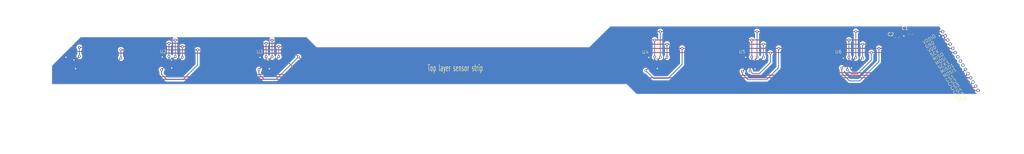
<source format=kicad_pcb>
(kicad_pcb (version 20221018) (generator pcbnew)
  (layers (0 "F.Cu" signal) (31 "B.Cu" signal) (34 "B.Paste" user) (35 "F.Paste" user) (36 "B.SilkS" user "B.Silkscreen") (37 "F.SilkS" user "F.Silkscreen") (38 "B.Mask" user) (39 "F.Mask" user) (44 "Edge.Cuts" user))
  (net 0 "")
  (net 1 "GND")
  (net 8 "Net-(TopConnector1-VDDIO)")
  (net 9 "Net-(TopConnector1-VDD)")
  (net 10 "Net-(TopConnector1-CS6)")
  (net 11 "Net-(TopConnector1-CS5)")
  (net 12 "Net-(TopConnector1-CS4)")
  (net 13 "Net-(TopConnector1-CS3)")
  (net 14 "Net-(TopConnector1-CS2)")
  (net 15 "Net-(TopConnector1-CS1)")
  (net 19 "Net-(TopConnector1-MOSI)")
  (net 20 "Net-(TopConnector1-MISO)")
  (net 21 "Net-(TopConnector1-SCK)")
  (footprint "BMP581:Strip_pins_top" (layer "F.Cu") (at 284.5 108.65 30.97)
    (fp_text reference "TopConnector1" hide)
    (fp_text value "std_master_output" hide)
    (fp_text user "SCK" (at -5 -4 30.97 unlocked) (layer "F.SilkS") (effects (font (thickness 0.1)) (justify left bottom)))
    (fp_text user "MOSI" (at -5 -1 30.97 unlocked) (layer "F.SilkS") (effects (font (thickness 0.1)) (justify left bottom)))
    (fp_text user "VDDIO" (at -5 -8.5 30.97 unlocked) (layer "F.SilkS") (effects (font (thickness 0.1)) (justify left bottom)))
    (fp_text user "MOSI1" (at -5 3.5 30.97 unlocked) (layer "F.SilkS") (effects (font (thickness 0.1)) (justify left bottom)))
    (fp_text user "GND" (at -5 -7 30.97 unlocked) (layer "F.SilkS") (effects (font (thickness 0.1)) (justify left bottom)))
    (fp_text user "CS3" (at -5 8 30.97 unlocked) (layer "F.SilkS") (effects (font (thickness 0.1)) (justify left bottom)))
    (fp_text user "CS5" (at -5 11 30.97 unlocked) (layer "F.SilkS") (effects (font (thickness 0.1)) (justify left bottom)))
    (fp_text user "VDD" (at -5 -5.5 30.97 unlocked) (layer "F.SilkS") (effects (font (thickness 0.1)) (justify left bottom)))
    (fp_text user "CS1" (at -5 5 30.97 unlocked) (layer "F.SilkS") (effects (font (thickness 0.1)) (justify left bottom)))
    (fp_text user "MISO1" (at -5 2 30.97 unlocked) (layer "F.SilkS") (effects (font (thickness 0.1)) (justify left bottom)))
    (fp_text user "SCK1" (at -5 0.5 30.97 unlocked) (layer "F.SilkS") (effects (font (thickness 0.1)) (justify left bottom)))
    (fp_text user "CS2" (at -5 6.5 30.97 unlocked) (layer "F.SilkS") (effects (font (thickness 0.1)) (justify left bottom)))
    (fp_text user "MISO" (at -5 -2.5 30.97 unlocked) (layer "F.SilkS") (effects (font (thickness 0.1)) (justify left bottom)))
    (fp_text user "CS4" (at -5 9.5 30.97 unlocked) (layer "F.SilkS") (effects (font (thickness 0.1)) (justify left bottom)))
    (fp_text user "CS6" (at -5.154892 12.47596 30.97 unlocked) (layer "F.SilkS") (effects (font (thickness 0.1)) (justify left bottom)))
    (pad "1" thru_hole circle (at 2 -9 30.97) (size 1 1) (drill 0.6) (layers "*.Cu" "*.Mask") (net 8 "Net-(TopConnector1-VDDIO)"))
    (pad "2" thru_hole circle (at 2 -7.5 30.97) (size 1 1) (drill 0.6) (layers "*.Cu" "*.Mask") (net 1 "GND"))
    (pad "3" thru_hole circle (at 2 -6 30.97) (size 1 1) (drill 0.6) (layers "*.Cu" "*.Mask") (net 9 "Net-(TopConnector1-VDD)"))
    (pad "4" thru_hole circle (at 2 -4.5 30.97) (size 1 1) (drill 0.6) (layers "*.Cu" "*.Mask") (net 21 "Net-(TopConnector1-SCK)"))
    (pad "5" thru_hole circle (at 2 -3 30.97) (size 1 1) (drill 0.6) (layers "*.Cu" "*.Mask") (net 20 "Net-(TopConnector1-MISO)"))
    (pad "6" thru_hole circle (at 2 -1.5 30.97) (size 1 1) (drill 0.6) (layers "*.Cu" "*.Mask") (net 19 "Net-(TopConnector1-MOSI)"))
    (pad "7" thru_hole circle (at 2 0 30.97) (size 1 1) (drill 0.6) (layers "*.Cu" "*.Mask"))
    (pad "8" thru_hole circle (at 2 1.5 30.97) (size 1 1) (drill 0.6) (layers "*.Cu" "*.Mask"))
    (pad "9" thru_hole circle (at 2 3 30.97) (size 1 1) (drill 0.6) (layers "*.Cu" "*.Mask"))
    (pad "10" thru_hole circle (at 2 4.5 30.97) (size 1 1) (drill 0.6) (layers "*.Cu" "*.Mask") (net 15 "Net-(TopConnector1-CS1)"))
    (pad "11" thru_hole circle (at 2 6 30.97) (size 1 1) (drill 0.6) (layers "*.Cu" "*.Mask") (net 14 "Net-(TopConnector1-CS2)"))
    (pad "12" thru_hole circle (at 2 7.5 30.97) (size 1 1) (drill 0.6) (layers "*.Cu" "*.Mask") (net 13 "Net-(TopConnector1-CS3)"))
    (pad "13" thru_hole circle (at 2 9 30.97) (size 1 1) (drill 0.6) (layers "*.Cu" "*.Mask") (net 12 "Net-(TopConnector1-CS4)"))
    (pad "14" thru_hole circle (at 2 10.5 30.97) (size 1 1) (drill 0.6) (layers "*.Cu" "*.Mask") (net 11 "Net-(TopConnector1-CS5)"))
    (pad "15" thru_hole circle (at 2 12 30.97) (size 1 1) (drill 0.6) (layers "*.Cu" "*.Mask") (net 10 "Net-(TopConnector1-CS6)"))
  )
  (footprint "BMP581:BMP581_Landing_Pattern" (layer "F.Cu") (at 222.88 109.5)
    (fp_text reference "U5" (at -2.43 -3.425 unlocked) (layer "F.SilkS") (effects (font (thickness 0.1))))
    (fp_text value "~")
    (pad "1" smd rect (at 0.75 -0.25) (size 0.325 0.3) (layers "F.Cu" "F.Paste" "F.Mask") (net 8 "Net-(TopConnector1-VDDIO)"))
    (pad "2" smd rect (at 0.75 0.25) (size 0.325 0.3) (layers "F.Cu" "F.Paste" "F.Mask") (net 21 "Net-(TopConnector1-SCK)"))
    (pad "3" smd rect (at 0.5 0.775) (size 0.3 0.325) (layers "F.Cu" "F.Paste" "F.Mask") (net 1 "GND"))
    (pad "4" smd rect (at 0 0.775) (size 0.3 0.325) (layers "F.Cu" "F.Paste" "F.Mask") (net 19 "Net-(TopConnector1-MOSI)"))
    (pad "5" smd rect (at -0.5 0.775) (size 0.3 0.325) (layers "F.Cu" "F.Paste" "F.Mask") (net 20 "Net-(TopConnector1-MISO)"))
    (pad "6" smd rect (at -0.75 0.25) (size 0.325 0.3) (layers "F.Cu" "F.Paste" "F.Mask") (net 14 "Net-(TopConnector1-CS2)"))
    (pad "7" smd rect (at -0.75 -0.25) (size 0.325 0.3) (layers "F.Cu" "F.Paste" "F.Mask"))
    (pad "8" smd rect (at -0.5 -0.775) (size 0.3 0.325) (layers "F.Cu" "F.Paste" "F.Mask") (net 1 "GND"))
    (pad "9" smd rect (at 0 -0.775) (size 0.3 0.325) (layers "F.Cu" "F.Paste" "F.Mask") (net 1 "GND"))
    (pad "10" smd rect (at 0.5 -0.775) (size 0.3 0.325) (layers "F.Cu" "F.Paste" "F.Mask") (net 9 "Net-(TopConnector1-VDD)"))
  )
  (footprint "Capacitor_SMD:C_0603_1608Metric" (layer "F.Cu") (at 267.75 101.75 -90)
    (fp_text reference "C2" (at -1 2 -180) (layer "F.SilkS"))
    (fp_text value "470nF")
    (fp_line (start -0.14058 -0.51) (end 0.14058 -0.51) (stroke (width 0.12)) (layer "F.SilkS"))
    (fp_line (start -0.14058 0.51) (end 0.14058 0.51) (stroke (width 0.12)) (layer "F.SilkS"))
    (pad "1" smd roundrect (at -0.775 0 270) (size 0.9 0.95) (layers "F.Cu" "F.Paste" "F.Mask") (net 1 "GND"))
    (pad "2" smd roundrect (at 0.775 0 270) (size 0.9 0.95) (layers "F.Cu" "F.Paste" "F.Mask") (net 9 "Net-(TopConnector1-VDD)"))
  )
  (footprint "BMP581:BMP581_Landing_Pattern" (layer "F.Cu") (at 252.5 109.5)
    (fp_text reference "U6" (at -2.7 -3.425 unlocked) (layer "F.SilkS") (effects (font (thickness 0.1))))
    (fp_text value "~")
    (pad "1" smd rect (at 0.75 -0.25) (size 0.325 0.3) (layers "F.Cu" "F.Paste" "F.Mask") (net 8 "Net-(TopConnector1-VDDIO)"))
    (pad "2" smd rect (at 0.75 0.25) (size 0.325 0.3) (layers "F.Cu" "F.Paste" "F.Mask") (net 21 "Net-(TopConnector1-SCK)"))
    (pad "3" smd rect (at 0.5 0.775) (size 0.3 0.325) (layers "F.Cu" "F.Paste" "F.Mask") (net 1 "GND"))
    (pad "4" smd rect (at 0 0.775) (size 0.3 0.325) (layers "F.Cu" "F.Paste" "F.Mask") (net 19 "Net-(TopConnector1-MOSI)"))
    (pad "5" smd rect (at -0.5 0.775) (size 0.3 0.325) (layers "F.Cu" "F.Paste" "F.Mask") (net 20 "Net-(TopConnector1-MISO)"))
    (pad "6" smd rect (at -0.75 0.25) (size 0.325 0.3) (layers "F.Cu" "F.Paste" "F.Mask") (net 15 "Net-(TopConnector1-CS1)"))
    (pad "7" smd rect (at -0.75 -0.25) (size 0.325 0.3) (layers "F.Cu" "F.Paste" "F.Mask"))
    (pad "8" smd rect (at -0.5 -0.775) (size 0.3 0.325) (layers "F.Cu" "F.Paste" "F.Mask") (net 1 "GND"))
    (pad "9" smd rect (at 0 -0.775) (size 0.3 0.325) (layers "F.Cu" "F.Paste" "F.Mask") (net 1 "GND"))
    (pad "10" smd rect (at 0.5 -0.775) (size 0.3 0.325) (layers "F.Cu" "F.Paste" "F.Mask") (net 9 "Net-(TopConnector1-VDD)"))
  )
  (footprint "BMP581:BMP581_Landing_Pattern" (layer "F.Cu") (at 74.78 109.5)
    (fp_text reference "U3" (at -1.43 -3.375 unlocked) (layer "F.SilkS") (effects (font (thickness 0.1))))
    (fp_text value "~")
    (pad "1" smd rect (at 0.75 -0.25) (size 0.325 0.3) (layers "F.Cu" "F.Paste" "F.Mask") (net 8 "Net-(TopConnector1-VDDIO)"))
    (pad "2" smd rect (at 0.75 0.25) (size 0.325 0.3) (layers "F.Cu" "F.Paste" "F.Mask") (net 21 "Net-(TopConnector1-SCK)"))
    (pad "3" smd rect (at 0.5 0.775) (size 0.3 0.325) (layers "F.Cu" "F.Paste" "F.Mask") (net 1 "GND"))
    (pad "4" smd rect (at 0 0.775) (size 0.3 0.325) (layers "F.Cu" "F.Paste" "F.Mask") (net 19 "Net-(TopConnector1-MOSI)"))
    (pad "5" smd rect (at -0.5 0.775) (size 0.3 0.325) (layers "F.Cu" "F.Paste" "F.Mask") (net 20 "Net-(TopConnector1-MISO)"))
    (pad "6" smd rect (at -0.75 0.25) (size 0.325 0.3) (layers "F.Cu" "F.Paste" "F.Mask") (net 12 "Net-(TopConnector1-CS4)"))
    (pad "7" smd rect (at -0.75 -0.25) (size 0.325 0.3) (layers "F.Cu" "F.Paste" "F.Mask"))
    (pad "8" smd rect (at -0.5 -0.775) (size 0.3 0.325) (layers "F.Cu" "F.Paste" "F.Mask") (net 1 "GND"))
    (pad "9" smd rect (at 0 -0.775) (size 0.3 0.325) (layers "F.Cu" "F.Paste" "F.Mask") (net 1 "GND"))
    (pad "10" smd rect (at 0.5 -0.775) (size 0.3 0.325) (layers "F.Cu" "F.Paste" "F.Mask") (net 9 "Net-(TopConnector1-VDD)"))
  )
  (footprint "BMP581:BMP581_Landing_Pattern" (layer "F.Cu") (at 193.26 109.5)
    (fp_text reference "U4" (at -2.31 -3.325 unlocked) (layer "F.SilkS") (effects (font (thickness 0.1))))
    (fp_text value "~")
    (pad "1" smd rect (at 0.75 -0.25) (size 0.325 0.3) (layers "F.Cu" "F.Paste" "F.Mask") (net 8 "Net-(TopConnector1-VDDIO)"))
    (pad "2" smd rect (at 0.75 0.25) (size 0.325 0.3) (layers "F.Cu" "F.Paste" "F.Mask") (net 21 "Net-(TopConnector1-SCK)"))
    (pad "3" smd rect (at 0.5 0.775) (size 0.3 0.325) (layers "F.Cu" "F.Paste" "F.Mask") (net 1 "GND"))
    (pad "4" smd rect (at 0 0.775) (size 0.3 0.325) (layers "F.Cu" "F.Paste" "F.Mask") (net 19 "Net-(TopConnector1-MOSI)"))
    (pad "5" smd rect (at -0.5 0.775) (size 0.3 0.325) (layers "F.Cu" "F.Paste" "F.Mask") (net 20 "Net-(TopConnector1-MISO)"))
    (pad "6" smd rect (at -0.75 0.25) (size 0.325 0.3) (layers "F.Cu" "F.Paste" "F.Mask") (net 13 "Net-(TopConnector1-CS3)"))
    (pad "7" smd rect (at -0.75 -0.25) (size 0.325 0.3) (layers "F.Cu" "F.Paste" "F.Mask"))
    (pad "8" smd rect (at -0.5 -0.775) (size 0.3 0.325) (layers "F.Cu" "F.Paste" "F.Mask") (net 1 "GND"))
    (pad "9" smd rect (at 0 -0.775) (size 0.3 0.325) (layers "F.Cu" "F.Paste" "F.Mask") (net 1 "GND"))
    (pad "10" smd rect (at 0.5 -0.775) (size 0.3 0.325) (layers "F.Cu" "F.Paste" "F.Mask") (net 9 "Net-(TopConnector1-VDD)"))
  )
  (footprint "Capacitor_SMD:C_0603_1608Metric" (layer "F.Cu") (at 271.75 100.75 90)
    (fp_text reference "C1" (at 1.86 -1.65 180) (layer "F.SilkS"))
    (fp_text value "470nF")
    (fp_line (start -0.14058 -0.51) (end 0.14058 -0.51) (stroke (width 0.12)) (layer "F.SilkS"))
    (fp_line (start -0.14058 0.51) (end 0.14058 0.51) (stroke (width 0.12)) (layer "F.SilkS"))
    (pad "1" smd roundrect (at -0.775 0 90) (size 0.9 0.95) (layers "F.Cu" "F.Paste" "F.Mask") (net 1 "GND"))
    (pad "2" smd roundrect (at 0.775 0 90) (size 0.9 0.95) (layers "F.Cu" "F.Paste" "F.Mask") (net 8 "Net-(TopConnector1-VDDIO)"))
  )
  (footprint "BMP581:BMP581_Landing_Pattern" (layer "F.Cu") (at 15.54 109.5)
    (fp_text reference "U1" (at 0 -5.5 unlocked) (layer "F.SilkS") (effects (font (thickness 0.1))))
    (fp_text value "~")
    (pad "1" smd rect (at 0.75 -0.25) (size 0.325 0.3) (layers "F.Cu" "F.Paste" "F.Mask") (net 8 "Net-(TopConnector1-VDDIO)"))
    (pad "2" smd rect (at 0.75 0.25) (size 0.325 0.3) (layers "F.Cu" "F.Paste" "F.Mask") (net 21 "Net-(TopConnector1-SCK)"))
    (pad "3" smd rect (at 0.5 0.775) (size 0.3 0.325) (layers "F.Cu" "F.Paste" "F.Mask") (net 1 "GND"))
    (pad "4" smd rect (at 0 0.775) (size 0.3 0.325) (layers "F.Cu" "F.Paste" "F.Mask") (net 19 "Net-(TopConnector1-MOSI)"))
    (pad "5" smd rect (at -0.5 0.775) (size 0.3 0.325) (layers "F.Cu" "F.Paste" "F.Mask") (net 20 "Net-(TopConnector1-MISO)"))
    (pad "6" smd rect (at -0.75 0.25) (size 0.325 0.3) (layers "F.Cu" "F.Paste" "F.Mask") (net 10 "Net-(TopConnector1-CS6)"))
    (pad "7" smd rect (at -0.75 -0.25) (size 0.325 0.3) (layers "F.Cu" "F.Paste" "F.Mask"))
    (pad "8" smd rect (at -0.5 -0.775) (size 0.3 0.325) (layers "F.Cu" "F.Paste" "F.Mask") (net 1 "GND"))
    (pad "9" smd rect (at 0 -0.775) (size 0.3 0.325) (layers "F.Cu" "F.Paste" "F.Mask") (net 1 "GND"))
    (pad "10" smd rect (at 0.5 -0.775) (size 0.3 0.325) (layers "F.Cu" "F.Paste" "F.Mask") (net 9 "Net-(TopConnector1-VDD)"))
  )
  (footprint "BMP581:BMP581_Landing_Pattern" (layer "F.Cu") (at 45.16 109.5)
    (fp_text reference "U2" (at -1.26 -3.475 unlocked) (layer "F.SilkS") (effects (font (thickness 0.1))))
    (fp_text value "~")
    (pad "1" smd rect (at 0.75 -0.25) (size 0.325 0.3) (layers "F.Cu" "F.Paste" "F.Mask") (net 8 "Net-(TopConnector1-VDDIO)"))
    (pad "2" smd rect (at 0.75 0.25) (size 0.325 0.3) (layers "F.Cu" "F.Paste" "F.Mask") (net 21 "Net-(TopConnector1-SCK)"))
    (pad "3" smd rect (at 0.5 0.775) (size 0.3 0.325) (layers "F.Cu" "F.Paste" "F.Mask") (net 1 "GND"))
    (pad "4" smd rect (at 0 0.775) (size 0.3 0.325) (layers "F.Cu" "F.Paste" "F.Mask") (net 19 "Net-(TopConnector1-MOSI)"))
    (pad "5" smd rect (at -0.5 0.775) (size 0.3 0.325) (layers "F.Cu" "F.Paste" "F.Mask") (net 20 "Net-(TopConnector1-MISO)"))
    (pad "6" smd rect (at -0.75 0.25) (size 0.325 0.3) (layers "F.Cu" "F.Paste" "F.Mask") (net 11 "Net-(TopConnector1-CS5)"))
    (pad "7" smd rect (at -0.75 -0.25) (size 0.325 0.3) (layers "F.Cu" "F.Paste" "F.Mask"))
    (pad "8" smd rect (at -0.5 -0.775) (size 0.3 0.325) (layers "F.Cu" "F.Paste" "F.Mask") (net 1 "GND"))
    (pad "9" smd rect (at 0 -0.775) (size 0.3 0.325) (layers "F.Cu" "F.Paste" "F.Mask") (net 1 "GND"))
    (pad "10" smd rect (at 0.5 -0.775) (size 0.3 0.325) (layers "F.Cu" "F.Paste" "F.Mask") (net 9 "Net-(TopConnector1-VDD)"))
  )
  (gr_line (start 194.5 108.5) (end 194.25 108.5) (stroke (width 0.15)) (layer "F.SilkS"))
  (gr_line (start 224.25 108.5) (end 224 108.5) (stroke (width 0.15)) (layer "F.SilkS"))
  (gr_line (start 46.25 108.5) (end 46.5 108.5) (stroke (width 0.15)) (layer "F.SilkS"))
  (gr_line (start 46.5 108.5) (end 46.5 108.75) (stroke (width 0.15)) (layer "F.SilkS"))
  (gr_line (start 194.25 108.5) (end 194.5 108.75) (stroke (width 0.15)) (layer "F.SilkS"))
  (gr_line (start 75.75 108.5) (end 76 108.75) (stroke (width 0.15)) (layer "F.SilkS"))
  (gr_line (start 75.75 108.5) (end 76 108.5) (stroke (width 0.15)) (layer "F.SilkS"))
  (gr_line (start 76 108.5) (end 76 108.75) (stroke (width 0.15)) (layer "F.SilkS"))
  (gr_line (start 16.75 108.75) (end 16.75 108.5) (stroke (width 0.15)) (layer "F.SilkS"))
  (gr_line (start 46.5 108.75) (end 46.25 108.5) (stroke (width 0.15)) (layer "F.SilkS"))
  (gr_line (start 76 108.75) (end 75.75 108.5) (stroke (width 0.15)) (layer "F.SilkS"))
  (gr_line (start 253.5 108.5) (end 253.75 108.75) (stroke (width 0.15)) (layer "F.SilkS"))
  (gr_line (start 16.75 108.5) (end 16.5 108.5) (stroke (width 0.15)) (layer "F.SilkS"))
  (gr_line (start 224 108.5) (end 224.25 108.75) (stroke (width 0.15)) (layer "F.SilkS"))
  (gr_line (start 253.75 108.75) (end 253.75 108.5) (stroke (width 0.15)) (layer "F.SilkS"))
  (gr_line (start 224.25 108.75) (end 224.25 108.5) (stroke (width 0.15)) (layer "F.SilkS"))
  (gr_line (start 194.5 108.75) (end 194.5 108.5) (stroke (width 0.15)) (layer "F.SilkS"))
  (gr_line (start 253.75 108.5) (end 253.5 108.5) (stroke (width 0.15)) (layer "F.SilkS"))
  (gr_line (start 16.5 108.5) (end 16.75 108.75) (stroke (width 0.15)) (layer "F.SilkS"))
  (gr_line (start 280.575 98.325) (end 293 119) (stroke (width 0.1)) (layer "Edge.Cuts"))
  (gr_line (start 280.575 98.325) (end 180.24 98.325) (stroke (width 0.1)) (layer "Edge.Cuts"))
  (gr_line (start 90.69 104.7) (end 87.595 101.6) (stroke (width 0.1)) (layer "Edge.Cuts"))
  (gr_line (start 180.24 98.325) (end 173.8 104.7) (stroke (width 0.1)) (layer "Edge.Cuts"))
  (gr_line (start 185.25 116) (end 188.25 119) (stroke (width 0.1)) (layer "Edge.Cuts"))
  (gr_line (start 188.25 119) (end 293 119) (stroke (width 0.1)) (layer "Edge.Cuts"))
  (gr_line (start 83 116) (end 10 116) (stroke (width 0.1)) (layer "Edge.Cuts"))
  (gr_line (start 83 116) (end 185.25 116) (stroke (width 0.1)) (layer "Edge.Cuts"))
  (gr_line (start 90.69 104.7) (end 173.8 104.7) (stroke (width 0.1)) (layer "Edge.Cuts"))
  (gr_line (start 10 116) (end 10 110.325) (stroke (width 0.1)) (layer "Edge.Cuts"))
  (gr_line (start 18.7 101.625) (end 10 110.325) (stroke (width 0.1)) (layer "Edge.Cuts"))
  (gr_line (start 87.595 101.6) (end 18.7 101.625) (stroke (width 0.1)) (layer "Edge.Cuts"))
  (gr_text "Top layer sensor strip" (at 124.45 112.2) (layer "F.SilkS") (effects (font (size 2 1)) (justify left bottom)))
  (segment (start 16.04 110.275) (end 16.225 110.275) (width 0.25) (layer "F.Cu") (net 1))
  (segment (start 15.54 108.725) (end 15.04 108.725) (width 0.25) (layer "F.Cu") (net 1))
  (segment (start 268.975 100.975) (end 269.25 101.25) (width 0.25) (layer "F.Cu") (net 1))
  (segment (start 222.38 108.725) (end 222.375 108.725) (width 0.25) (layer "F.Cu") (net 1))
  (segment (start 270.525 101.525) (end 270.25 101.25) (width 0.25) (layer "F.Cu") (net 1))
  (segment (start 16.225 110.275) (end 17.2 111.25) (width 0.25) (layer "F.Cu") (net 1))
  (segment (start 193.76 110.275) (end 193.76 110.31) (width 0.25) (layer "F.Cu") (net 1))
  (segment (start 44.545 108.725) (end 43.62 107.7) (width 0.25) (layer "F.Cu") (net 1))
  (segment (start 222.88 108.725) (end 222.38 108.725) (width 0.25) (layer "F.Cu") (net 1))
  (segment (start 253 110.275) (end 253.75 111.025) (width 0.25) (layer "F.Cu") (net 1))
  (segment (start 252 108.725) (end 251.9 108.725) (width 0.25) (layer "F.Cu") (net 1))
  (segment (start 45.16 108.725) (end 44.66 108.725) (width 0.25) (layer "F.Cu") (net 1))
  (segment (start 267.75 100.975) (end 268.975 100.975) (width 0.25) (layer "F.Cu") (net 1))
  (segment (start 269.75 101.25) (end 270.25 101.25) (width 0.25) (layer "F.Cu") (net 1))
  (segment (start 193.76 110.31) (end 194.59 111.23) (width 0.25) (layer "F.Cu") (net 1))
  (segment (start 271.75 101.525) (end 270.525 101.525) (width 0.25) (layer "F.Cu") (net 1))
  (segment (start 44.66 108.725) (end 44.545 108.725) (width 0.25) (layer "F.Cu") (net 1))
  (segment (start 280.575 101.2) (end 280.584955 101.190045) (width 0.25) (layer "F.Cu") (net 1))
  (segment (start 14.25 107.975) (end 14.25 107.75) (width 0.25) (layer "F.Cu") (net 1))
  (segment (start 193.26 108.725) (end 192.76 108.725) (width 0.25) (layer "F.Cu") (net 1))
  (segment (start 251.9 108.725) (end 251.25 108.075) (width 0.25) (layer "F.Cu") (net 1))
  (segment (start 280.584955 101.190045) (end 282.355455 101.190045) (width 0.25) (layer "F.Cu") (net 1))
  (segment (start 45.665 110.275) (end 46.49 111.03) (width 0.25) (layer "F.Cu") (net 1))
  (segment (start 74.245 108.725) (end 73.41 107.8) (width 0.25) (layer "F.Cu") (net 1))
  (segment (start 74.78 108.725) (end 74.28 108.725) (width 0.25) (layer "F.Cu") (net 1))
  (segment (start 269.25 101.25) (end 269.75 101.25) (width 0.25) (layer "F.Cu") (net 1))
  (segment (start 222.375 108.725) (end 221.5 107.775) (width 0.25) (layer "F.Cu") (net 1))
  (segment (start 223.38 110.275) (end 223.38 110.28) (width 0.25) (layer "F.Cu") (net 1))
  (segment (start 75.28 110.32) (end 76.28 111.29) (width 0.25) (layer "F.Cu") (net 1))
  (segment (start 192.76 108.725) (end 192.755 108.725) (width 0.25) (layer "F.Cu") (net 1))
  (segment (start 223.38 110.28) (end 224.4 111.3) (width 0.25) (layer "F.Cu") (net 1))
  (segment (start 252.5 108.725) (end 252 108.725) (width 0.25) (layer "F.Cu") (net 1))
  (segment (start 15.04 108.725) (end 15 108.725) (width 0.25) (layer "F.Cu") (net 1))
  (segment (start 75.28 110.275) (end 75.28 110.32) (width 0.25) (layer "F.Cu") (net 1))
  (segment (start 45.66 110.275) (end 45.665 110.275) (width 0.25) (layer "F.Cu") (net 1))
  (segment (start 74.28 108.725) (end 74.245 108.725) (width 0.25) (layer "F.Cu") (net 1))
  (segment (start 192.755 108.725) (end 191.92 107.81) (width 0.25) (layer "F.Cu") (net 1))
  (segment (start 15 108.725) (end 14.25 107.975) (width 0.25) (layer "F.Cu") (net 1))
  (via (at 43.62 107.7) (size 0.8) (drill 0.4) (layers "F.Cu" "B.Cu") (net 1))
  (via (at 269.75 101.25) (size 0.8) (drill 0.4) (layers "F.Cu" "B.Cu") (net 1))
  (via (at 251.25 108.05) (size 0.8) (drill 0.4) (layers "F.Cu" "B.Cu") (net 1))
  (via (at 46.49 111.03) (size 0.8) (drill 0.4) (layers "F.Cu" "B.Cu") (net 1))
  (via (at 221.5 107.775) (size 0.8) (drill 0.4) (layers "F.Cu" "B.Cu") (net 1))
  (via (at 253.75 111.025) (size 0.8) (drill 0.4) (layers "F.Cu" "B.Cu") (net 1))
  (via (at 224.4 111.3) (size 0.8) (drill 0.4) (layers "F.Cu" "B.Cu") (net 1))
  (via (at 194.59 111.23) (size 0.8) (drill 0.4) (layers "F.Cu" "B.Cu") (net 1))
  (via (at 191.92 107.81) (size 0.8) (drill 0.4) (layers "F.Cu" "B.Cu") (net 1))
  (via (at 73.41 107.8) (size 0.8) (drill 0.4) (layers "F.Cu" "B.Cu") (net 1))
  (via (at 76.28 111.29) (size 0.8) (drill 0.4) (layers "F.Cu" "B.Cu") (net 1))
  (via (at 280.575 101.2) (size 0.8) (drill 0.4) (layers "F.Cu" "B.Cu") (net 1))
  (via (at 14.25 107.75) (size 0.8) (drill 0.4) (layers "F.Cu" "B.Cu") (net 1))
  (via (at 17.2 111.25) (size 0.8) (drill 0.4) (layers "F.Cu" "B.Cu") (net 1))
  (segment (start 181.59611 99.90389) (end 175.25 106.25) (width 0.25) (layer "F.Cu") (net 8))
  (segment (start 47.47 107.69) (end 47.58 107.49) (width 0.25) (layer "F.Cu") (net 8))
  (segment (start 45.91 109.25) (end 47.47 107.69) (width 0.25) (layer "F.Cu") (net 8))
  (segment (start 86 102.5) (end 89.75 106.25) (width 0.25) (layer "F.Cu") (net 8))
  (segment (start 16.65 109.25) (end 18.35 107.55) (width 0.25) (layer "F.Cu") (net 8))
  (segment (start 253.25 109.25) (end 254.125 108.375) (width 0.25) (layer "F.Cu") (net 8))
  (segment (start 16.29 109.25) (end 16.65 109.25) (width 0.25) (layer "F.Cu") (net 8))
  (segment (start 223.63 109.25) (end 225 107.88) (width 0.25) (layer "F.Cu") (net 8))
  (segment (start 89.75 106.25) (end 175.25 106.25) (width 0.25) (layer "F.Cu") (net 8))
  (segment (start 25 102.5) (end 22.75 104.75) (width 0.25) (layer "F.Cu") (net 8))
  (segment (start 22.75 104.75) (end 18.25 104.75) (width 0.25) (layer "F.Cu") (net 8))
  (segment (start 194.01 109.25) (end 195.48 107.74) (width 0.25) (layer "F.Cu") (net 8))
  (segment (start 281.583571 99.90389) (end 181.59611 99.90389) (width 0.25) (layer "F.Cu") (net 8))
  (segment (start 76.99 107.79) (end 77.11 107.66) (width 0.25) (layer "F.Cu") (net 8))
  (segment (start 47.58 107.49) (end 47.47 107.68) (width 0.25) (layer "F.Cu") (net 8))
  (segment (start 254.65 108.375) (end 255.1 107.925) (width 0.25) (layer "F.Cu") (net 8))
  (segment (start 225 107.88) (end 224.99 107.71) (width 0.25) (layer "F.Cu") (net 8))
  (segment (start 86 102.5) (end 25 102.5) (width 0.25) (layer "F.Cu") (net 8))
  (segment (start 77.11 107.66) (end 77.01 107.79) (width 0.25) (layer "F.Cu") (net 8))
  (segment (start 75.53 109.25) (end 76.99 107.79) (width 0.25) (layer "F.Cu") (net 8))
  (segment (start 254.125 108.375) (end 254.65 108.375) (width 0.25) (layer "F.Cu") (net 8))
  (via (at 224.99 107.71) (size 0.8) (drill 0.4) (layers "F.Cu" "B.Cu") (net 8))
  (via (at 47.58 107.49) (size 0.8) (drill 0.4) (layers "F.Cu" "B.Cu") (net 8))
  (via (at 18.35 104.75) (size 0.8) (drill 0.4) (layers "F.Cu" "B.Cu") (net 8))
  (via (at 195.48 107.74) (size 0.8) (drill 0.4) (layers "F.Cu" "B.Cu") (net 8))
  (via (at 255.1 99.9) (size 0.8) (drill 0.4) (layers "F.Cu" "B.Cu") (net 8))
  (via (at 195.48 99.94) (size 0.8) (drill 0.4) (layers "F.Cu" "B.Cu") (net 8))
  (via (at 224.99 99.91) (size 0.8) (drill 0.4) (layers "F.Cu" "B.Cu") (net 8))
  (via (at 255.1 107.925) (size 0.8) (drill 0.4) (layers "F.Cu" "B.Cu") (net 8))
  (via (at 77.11 107.66) (size 0.8) (drill 0.4) (layers "F.Cu" "B.Cu") (net 8))
  (via (at 77.11 102.5) (size 0.8) (drill 0.4) (layers "F.Cu" "B.Cu") (net 8))
  (via (at 47.58 102.5) (size 0.8) (drill 0.4) (layers "F.Cu" "B.Cu") (net 8))
  (via (at 18.35 107.45) (size 0.8) (drill 0.4) (layers "F.Cu" "B.Cu") (net 8))
  (segment (start 77.11 102.5) (end 77.11 107.66) (width 0.25) (layer "B.Cu") (net 8))
  (segment (start 18.35 107.45) (end 18.35 104.75) (width 0.25) (layer "B.Cu") (net 8))
  (segment (start 195.48 107.74) (end 195.48 99.94) (width 0.25) (layer "B.Cu") (net 8))
  (segment (start 47.58 102.5) (end 47.58 107.49) (width 0.25) (layer "B.Cu") (net 8))
  (segment (start 224.99 99.91) (end 224.99 107.71) (width 0.25) (layer "B.Cu") (net 8))
  (segment (start 255.1 107.925) (end 255.1 99.9) (width 0.25) (layer "B.Cu") (net 8))
  (segment (start 75.28 108.725) (end 75.28 107.62) (width 0.25) (layer "F.Cu") (net 9))
  (segment (start 268.725 102.4762) (end 267.7988 102.4762) (width 0.25) (layer "F.Cu") (net 9))
  (segment (start 23.25 106) (end 17.5 106) (width 0.25) (layer "F.Cu") (net 9))
  (segment (start 16.55 108.215) (end 16.04 108.725) (width 0.25) (layer "F.Cu") (net 9))
  (segment (start 253 108.725) (end 253 107.725) (width 0.25) (layer "F.Cu") (net 9))
  (segment (start 16.55 106.95) (end 16.55 107) (width 0.25) (layer "F.Cu") (net 9))
  (segment (start 17.5 106) (end 16.55 106.95) (width 0.25) (layer "F.Cu") (net 9))
  (segment (start 267.7988 102.4762) (end 267.75 102.525) (width 0.25) (layer "F.Cu") (net 9))
  (segment (start 16.55 107) (end 16.55 108.215) (width 0.25) (layer "F.Cu") (net 9))
  (segment (start 89.25 107.75) (end 85 103.5) (width 0.25) (layer "F.Cu") (net 9))
  (segment (start 25.75 103.5) (end 23.25 106) (width 0.25) (layer "F.Cu") (net 9))
  (segment (start 223.38 108.725) (end 223.38 107.71) (width 0.25) (layer "F.Cu") (net 9))
  (segment (start 193.76 108.725) (end 193.76 107.65) (width 0.25) (layer "F.Cu") (net 9))
  (segment (start 85 103.5) (end 25.75 103.5) (width 0.25) (layer "F.Cu") (net 9))
  (segment (start 268.725 102.4762) (end 182.5238 102.4762) (width 0.25) (layer "F.Cu") (net 9))
  (segment (start 182.5238 102.4762) (end 177.25 107.75) (width 0.25) (layer "F.Cu") (net 9))
  (segment (start 45.66 108.725) (end 45.66 107.47) (width 0.25) (layer "F.Cu") (net 9))
  (segment (start 283.127339 102.4762) (end 268.725 102.4762) (width 0.25) (layer "F.Cu") (net 9))
  (segment (start 177.25 107.75) (end 89.25 107.75) (width 0.25) (layer "F.Cu") (net 9))
  (via (at 223.38 102.4762) (size 0.8) (drill 0.4) (layers "F.Cu" "B.Cu") (net 9))
  (via (at 75.28 103.5) (size 0.8) (drill 0.4) (layers "F.Cu" "B.Cu") (net 9))
  (via (at 45.69 103.5) (size 0.8) (drill 0.4) (layers "F.Cu" "B.Cu") (net 9))
  (via (at 75.28 107.62) (size 0.8) (drill 0.4) (layers "F.Cu" "B.Cu") (net 9))
  (via (at 253.025 102.4762) (size 0.8) (drill 0.4) (layers "F.Cu" "B.Cu") (net 9))
  (via (at 223.38 107.71) (size 0.8) (drill 0.4) (layers "F.Cu" "B.Cu") (net 9))
  (via (at 45.66 107.47) (size 0.8) (drill 0.4) (layers "F.Cu" "B.Cu") (net 9))
  (via (at 193.76 107.65) (size 0.8) (drill 0.4) (layers "F.Cu" "B.Cu") (net 9))
  (via (at 193.75 102.4762) (size 0.8) (drill 0.4) (layers "F.Cu" "B.Cu") (net 9))
  (via (at 253 107.725) (size 0.8) (drill 0.4) (layers "F.Cu" "B.Cu") (net 9))
  (segment (start 223.38 107.71) (end 223.38 102.4762) (width 0.25) (layer "B.Cu") (net 9))
  (segment (start 45.66 103.53) (end 45.69 103.5) (width 0.25) (layer "B.Cu") (net 9))
  (segment (start 253 102.5012) (end 253.025 102.4762) (width 0.25) (layer "B.Cu") (net 9))
  (segment (start 45.66 107.47) (end 45.66 103.53) (width 0.25) (layer "B.Cu") (net 9))
  (segment (start 193.76 102.4862) (end 193.75 102.4762) (width 0.25) (layer "B.Cu") (net 9))
  (segment (start 75.28 107.62) (end 75.28 103.5) (width 0.25) (layer "B.Cu") (net 9))
  (segment (start 193.76 107.65) (end 193.76 102.4862) (width 0.25) (layer "B.Cu") (net 9))
  (segment (start 253 107.725) (end 253 102.5012) (width 0.25) (layer "B.Cu") (net 9))
  (segment (start 189 117.910064) (end 292.389944 117.910064) (width 0.25) (layer "F.Cu") (net 10))
  (segment (start 14.79 109.75) (end 13.15 109.75) (width 0.25) (layer "F.Cu") (net 10))
  (segment (start 13.25 114.5) (end 185.589936 114.5) (width 0.25) (layer "F.Cu") (net 10))
  (segment (start 13.15 109.75) (end 12.5 110.4) (width 0.25) (layer "F.Cu") (net 10))
  (segment (start 12.5 113.75) (end 13.25 114.5) (width 0.25) (layer "F.Cu") (net 10))
  (segment (start 12.5 110.4) (end 12.5 113.75) (width 0.25) (layer "F.Cu") (net 10))
  (segment (start 185.589936 114.5) (end 189 117.910064) (width 0.25) (layer "F.Cu") (net 10))
  (segment (start 44.41 109.75) (end 43.1 109.75) (width 0.25) (layer "F.Cu") (net 11))
  (segment (start 291.241969 117) (end 291.61806 116.623909) (width 0.25) (layer "F.Cu") (net 11))
  (segment (start 43.1 109.75) (end 42.2 110.65) (width 0.25) (layer "F.Cu") (net 11))
  (segment (start 186.25 113.75) (end 189.5 117) (width 0.25) (layer "F.Cu") (net 11))
  (segment (start 189.5 117) (end 291.241969 117) (width 0.25) (layer "F.Cu") (net 11))
  (segment (start 42.2 112.7) (end 43.25 113.75) (width 0.25) (layer "F.Cu") (net 11))
  (segment (start 42.2 110.65) (end 42.2 112.7) (width 0.25) (layer "F.Cu") (net 11))
  (segment (start 43.25 113.75) (end 186.25 113.75) (width 0.25) (layer "F.Cu") (net 11))
  (segment (start 72.34 113) (end 187 113) (width 0.25) (layer "F.Cu") (net 12))
  (segment (start 71.84 110.26) (end 71.84 112.5) (width 0.25) (layer "F.Cu") (net 12))
  (segment (start 289.933929 116.25) (end 290.846176 115.337753) (width 0.25) (layer "F.Cu") (net 12))
  (segment (start 71.84 112.5) (end 72.34 113) (width 0.25) (layer "F.Cu") (net 12))
  (segment (start 72.35 109.75) (end 71.84 110.26) (width 0.25) (layer "F.Cu") (net 12))
  (segment (start 190.25 116.25) (end 289.933929 116.25) (width 0.25) (layer "F.Cu") (net 12))
  (segment (start 74.03 109.75) (end 72.35 109.75) (width 0.25) (layer "F.Cu") (net 12))
  (segment (start 187 113) (end 190.25 116.25) (width 0.25) (layer "F.Cu") (net 12))
  (segment (start 189 113) (end 188.99 113) (width 0.25) (layer "F.Cu") (net 13))
  (segment (start 190 114) (end 189 113) (width 0.25) (layer "F.Cu") (net 13))
  (segment (start 189.65 109.75) (end 188.99 110.41) (width 0.25) (layer "F.Cu") (net 13))
  (segment (start 192.51 109.75) (end 189.65 109.75) (width 0.25) (layer "F.Cu") (net 13))
  (segment (start 190.041598 114.051598) (end 188.99 113) (width 0.25) (layer "F.Cu") (net 13))
  (segment (start 188.99 110.41) (end 188.99 113) (width 0.25) (layer "F.Cu") (net 13))
  (segment (start 290.074293 114.051598) (end 190.041598 114.051598) (width 0.25) (layer "F.Cu") (net 13))
  (segment (start 289.302409 112.765443) (end 288.80241 113.265442) (width 0.25) (layer "F.Cu") (net 14))
  (segment (start 218.92 110.53) (end 219.7 109.75) (width 0.25) (layer "F.Cu") (net 14))
  (segment (start 219.7 109.75) (end 222.13 109.75) (width 0.25) (layer "F.Cu") (net 14))
  (segment (start 288.80241 113.265442) (end 219.685442 113.265442) (width 0.25) (layer "F.Cu") (net 14))
  (segment (start 218.92 112.5) (end 218.92 110.53) (width 0.25) (layer "F.Cu") (net 14))
  (segment (start 219.685442 113.265442) (end 218.92 112.5) (width 0.25) (layer "F.Cu") (net 14))
  (segment (start 288.530525 111.479287) (end 287.509812 112.5) (width 0.25) (layer "F.Cu") (net 15))
  (segment (start 249.35 109.75) (end 251.75 109.75) (width 0.25) (layer "F.Cu") (net 15))
  (segment (start 287.509812 112.5) (end 249.6 112.5) (width 0.25) (layer "F.Cu") (net 15))
  (segment (start 249.6 112.5) (end 248.6 111.5) (width 0.25) (layer "F.Cu") (net 15))
  (segment (start 248.6 110.5) (end 249.35 109.75) (width 0.25) (layer "F.Cu") (net 15))
  (segment (start 248.6 111.5) (end 248.6 110.5) (width 0.25) (layer "F.Cu") (net 15))
  (segment (start 187.665334 106.334666) (end 181.75 112.25) (width 0.25) (layer "F.Cu") (net 19))
  (segment (start 222.9 111.95) (end 222.85 111.95) (width 0.25) (layer "F.Cu") (net 19))
  (segment (start 74.78 110.275) (end 74.78 111.78) (width 0.25) (layer "F.Cu") (net 19))
  (segment (start 252.5 110.275) (end 252.5 111.55) (width 0.25) (layer "F.Cu") (net 19))
  (segment (start 27.9 106.5) (end 21.8 112.6) (width 0.25) (layer "F.Cu") (net 19))
  (segment (start 222.88 111.93) (end 222.9 111.95) (width 0.25) (layer "F.Cu") (net 19))
  (segment (start 51.83 106.54) (end 51.87 106.5) (width 0.25) (layer "F.Cu") (net 19))
  (segment (start 195.9 112.87) (end 199.89 108.88) (width 0.25) (layer "F.Cu") (net 19))
  (segment (start 48.845 112.345) (end 51.83 109.36) (width 0.25) (layer "F.Cu") (net 19))
  (segment (start 193.26 111.95) (end 194.18 112.87) (width 0.25) (layer "F.Cu") (net 19))
  (segment (start 51.87 106.5) (end 81.02 106.5) (width 0.25) (layer "F.Cu") (net 19))
  (segment (start 45.135 110.285) (end 45.135 111.585) (width 0.25) (layer "F.Cu") (net 19))
  (segment (start 181.75 112.25) (end 84.97 112.25) (width 0.25) (layer "F.Cu") (net 19))
  (segment (start 51.83 109.36) (end 51.83 106.54) (width 0.25) (layer "F.Cu") (net 19))
  (segment (start 75.25 112.25) (end 78.07 112.25) (width 0.25) (layer "F.Cu") (net 19))
  (segment (start 16.45 112.6) (end 15.54 111.69) (width 0.25) (layer "F.Cu") (net 19))
  (segment (start 81.02 106.5) (end 81.52 107) (width 0.25) (layer "F.Cu") (net 19))
  (segment (start 193.26 110.275) (end 193.26 111.95) (width 0.25) (layer "F.Cu") (net 19))
  (segment (start 199.89 106.344666) (end 199.9 106.334666) (width 0.25) (layer "F.Cu") (net 19))
  (segment (start 45.145 110.275) (end 45.135 110.285) (width 0.25) (layer "F.Cu") (net 19))
  (segment (start 45.135 111.585) (end 45.895 112.345) (width 0.25) (layer "F.Cu") (net 19))
  (segment (start 15.54 111.69) (end 15.54 110.275) (width 0.25) (layer "F.Cu") (net 19))
  (segment (start 51.87 106.5) (end 27.9 106.5) (width 0.25) (layer "F.Cu") (net 19))
  (segment (start 21.8 112.6) (end 16.45 112.6) (width 0.25) (layer "F.Cu") (net 19))
  (segment (start 74.78 111.78) (end 75.25 112.25) (width 0.25) (layer "F.Cu") (net 19))
  (segment (start 285.44299 106.334666) (end 199.9 106.334666) (width 0.25) (layer "F.Cu") (net 19))
  (segment (start 194.18 112.87) (end 195.9 112.87) (width 0.25) (layer "F.Cu") (net 19))
  (segment (start 199.89 108.88) (end 199.89 106.344666) (width 0.25) (layer "F.Cu") (net 19))
  (segment (start 78.07 112.25) (end 81.52 108.8) (width 0.25) (layer "F.Cu") (net 19))
  (segment (start 222.88 110.275) (end 222.88 111.93) (width 0.25) (layer "F.Cu") (net 19))
  (segment (start 84.97 112.25) (end 81.52 108.8) (width 0.25) (layer "F.Cu") (net 19))
  (segment (start 45.895 112.345) (end 48.845 112.345) (width 0.25) (layer "F.Cu") (net 19))
  (segment (start 45.16 110.275) (end 45.145 110.275) (width 0.25) (layer "F.Cu") (net 19))
  (segment (start 199.9 106.334666) (end 187.665334 106.334666) (width 0.25) (layer "F.Cu") (net 19))
  (segment (start 81.52 107) (end 81.52 108.8) (width 0.25) (layer "F.Cu") (net 19))
  (via (at 222.85 111.95) (size 0.8) (drill 0.4) (layers "F.Cu" "B.Cu") (net 19))
  (via (at 252.5 111.55) (size 0.8) (drill 0.4) (layers "F.Cu" "B.Cu") (net 19))
  (via (at 259.825 106.334666) (size 0.8) (drill 0.4) (layers "F.Cu" "B.Cu") (net 19))
  (via (at 229.05 106.5) (size 0.8) (drill 0.4) (layers "F.Cu" "B.Cu") (net 19))
  (segment (start 223.65 112.75) (end 225.7 112.75) (width 0.25) (layer "B.Cu") (net 19))
  (segment (start 225.7 112.75) (end 229.05 109.4) (width 0.25) (layer "B.Cu") (net 19))
  (segment (start 229.05 109.4) (end 229.05 106.5) (width 0.25) (layer "B.Cu") (net 19))
  (segment (start 259.825 106.334666) (end 259.825 108.65) (width 0.25) (layer "B.Cu") (net 19))
  (segment (start 253.8 112.85) (end 252.5 111.55) (width 0.25) (layer "B.Cu") (net 19))
  (segment (start 222.85 111.95) (end 223.65 112.75) (width 0.25) (layer "B.Cu") (net 19))
  (segment (start 259.825 108.65) (end 255.625 112.85) (width 0.25) (layer "B.Cu") (net 19))
  (segment (start 255.625 112.85) (end 253.8 112.85) (width 0.25) (layer "B.Cu") (net 19))
  (segment (start 191.06 111.87) (end 191.26 111.68) (width 0.25) (layer "F.Cu") (net 20))
  (segment (start 192.665 110.275) (end 191.33 111.61) (width 0.25) (layer "F.Cu") (net 20))
  (segment (start 74.185 110.275) (end 73.1 111.55) (width 0.25) (layer "F.Cu") (net 20))
  (segment (start 83 105.5) (end 31 105.5) (width 0.25) (layer "F.Cu") (net 20))
  (segment (start 13.7 111.35) (end 13.7 112.95) (width 0.25) (layer "F.Cu") (net 20))
  (segment (start 14.775 110.275) (end 13.7 111.35) (width 0.25) (layer "F.Cu") (net 20))
  (segment (start 13.7 112.95) (end 14.25 113.5) (width 0.25) (layer "F.Cu") (net 20))
  (segment (start 85.15 107.65) (end 85.1 107.65) (width 0.25) (layer "F.Cu") (net 20))
  (segment (start 83 105.5) (end 85.1 107.6) (width 0.25) (layer "F.Cu") (net 20))
  (segment (start 192.76 110.275) (end 192.665 110.275) (width 0.25) (layer "F.Cu") (net 20))
  (segment (start 31.05 108) (end 31 108.05) (width 0.25) (layer "F.Cu") (net 20))
  (segment (start 88.25 110.75) (end 85.15 107.65) (width 0.25) (layer "F.Cu") (net 20))
  (segment (start 14.25 113.5) (end 25.55 113.5) (width 0.25) (layer "F.Cu") (net 20))
  (segment (start 202.15 105.01) (end 202.14 105) (width 0.25) (layer "F.Cu") (net 20))
  (segment (start 25.55 113.5) (end 31 108.05) (width 0.25) (layer "F.Cu") (net 20))
  (segment (start 284.671106 105.048511) (end 186.201489 105.048511) (width 0.25) (layer "F.Cu") (net 20))
  (segment (start 231.57 105.02) (end 231.55 105) (width 0.25) (layer "F.Cu") (net 20))
  (segment (start 15.04 110.275) (end 14.775 110.275) (width 0.25) (layer "F.Cu") (net 20))
  (segment (start 222.195 110.275) (end 220.53 112.1) (width 0.25) (layer "F.Cu") (net 20))
  (segment (start 191.33 111.61) (end 191.06 111.87) (width 0.25) (layer "F.Cu") (net 20))
  (segment (start 44.625 110.275) (end 43.42 111.6) (width 0.25) (layer "F.Cu") (net 20))
  (segment (start 31 108.05) (end 31 108) (width 0.25) (layer "F.Cu") (net 20))
  (segment (start 186.201489 105.048511) (end 180.5 110.75) (width 0.25) (layer "F.Cu") (net 20))
  (segment (start 85.1 107.6) (end 85.1 107.65) (width 0.25) (layer "F.Cu") (net 20))
  (segment (start 44.66 110.275) (end 44.625 110.275) (width 0.25) (layer "F.Cu") (net 20))
  (segment (start 252 110.275) (end 251.6 110.275) (width 0.25) (layer "F.Cu") (net 20))
  (segment (start 222.38 110.275) (end 222.195 110.275) (width 0.25) (layer "F.Cu") (net 20))
  (segment (start 74.28 110.275) (end 74.185 110.275) (width 0.25) (layer "F.Cu") (net 20))
  (segment (start 251.6 110.275) (end 250.825 111.05) (width 0.25) (layer "F.Cu") (net 20))
  (segment (start 31 108) (end 31.05 108) (width 0.25) (layer "F.Cu") (net 20))
  (segment (start 88.25 110.75) (end 180.5 110.75) (width 0.25) (layer "F.Cu") (net 20))
  (via (at 31 105.5) (size 0.8) (drill 0.4) (layers "F.Cu" "B.Cu") (net 20))
  (via (at 73.1 111.55) (size 0.8) (drill 0.4) (layers "F.Cu" "B.Cu") (net 20))
  (via (at 31 108) (size 0.8) (drill 0.4) (layers "F.Cu" "B.Cu") (net 20))
  (via (at 191.06 111.87) (size 0.8) (drill 0.4) (layers "F.Cu" "B.Cu") (net 20))
  (via (at 202.15 105.01) (size 0.8) (drill 0.4) (layers "F.Cu" "B.Cu") (net 20))
  (via (at 54.41 105.5) (size 0.8) (drill 0.4) (layers "F.Cu" "B.Cu") (net 20))
  (via (at 231.57 105.02) (size 0.8) (drill 0.4) (layers "F.Cu" "B.Cu") (net 20))
  (via (at 43.42 111.6) (size 0.8) (drill 0.4) (layers "F.Cu" "B.Cu") (net 20))
  (via (at 250.825 111.05) (size 0.8) (drill 0.4) (layers "F.Cu" "B.Cu") (net 20))
  (via (at 85.1 107.65) (size 0.8) (drill 0.4) (layers "F.Cu" "B.Cu") (net 20))
  (via (at 220.53 112.1) (size 0.8) (drill 0.4) (layers "F.Cu" "B.Cu") (net 20))
  (via (at 262.15 105.025) (size 0.8) (drill 0.4) (layers "F.Cu" "B.Cu") (net 20))
  (segment (start 73.1 111.55) (end 73.1 112.88) (width 0.25) (layer "B.Cu") (net 20))
  (segment (start 31 108) (end 31 105.5) (width 0.25) (layer "B.Cu") (net 20))
  (segment (start 231.53 110.98) (end 231.53 105) (width 0.25) (layer "B.Cu") (net 20))
  (segment (start 73.1 112.88) (end 74.67 114.45) (width 0.25) (layer "B.Cu") (net 20))
  (segment (start 44.98 114.57) (end 49.96 114.57) (width 0.25) (layer "B.Cu") (net 20))
  (segment (start 54.4 110.13) (end 54.4 105.51) (width 0.25) (layer "B.Cu") (net 20))
  (segment (start 202.13 109.95) (end 202.13 105) (width 0.25) (layer "B.Cu") (net 20))
  (segment (start 74.67 114.45) (end 78.29 114.45) (width 0.25) (layer "B.Cu") (net 20))
  (segment (start 262.15 109.125) (end 262.15 105.025) (width 0.25) (layer "B.Cu") (net 20))
  (segment (start 78.29 114.45) (end 78.35 114.45) (width 0.25) (layer "B.Cu") (net 20))
  (segment (start 191.06 111.87) (end 193.4 114.21) (width 0.25) (layer "B.Cu") (net 20))
  (segment (start 78.35 114.45) (end 85.075 107.725) (width 0.25) (layer "B.Cu") (net 20))
  (segment (start 197.87 114.21) (end 202.13 109.95) (width 0.25) (layer "B.Cu") (net 20))
  (segment (start 227.93 114.58) (end 231.53 110.98) (width 0.25) (layer "B.Cu") (net 20))
  (segment (start 43.42 111.6) (end 43.42 113.01) (width 0.25) (layer "B.Cu") (net 20))
  (segment (start 250.825 112.65) (end 253.175 115) (width 0.25) (layer "B.Cu") (net 20))
  (segment (start 193.4 114.21) (end 197.87 114.21) (width 0.25) (layer "B.Cu") (net 20))
  (segment (start 250.825 111.05) (end 250.825 112.65) (width 0.25) (layer "B.Cu") (net 20))
  (segment (start 220.53 112.94) (end 222.17 114.58) (width 0.25) (layer "B.Cu") (net 20))
  (segment (start 256.275 115) (end 262.15 109.125) (width 0.25) (layer "B.Cu") (net 20))
  (segment (start 54.4 105.51) (end 54.41 105.5) (width 0.25) (layer "B.Cu") (net 20))
  (segment (start 43.42 113.01) (end 44.98 114.57) (width 0.25) (layer "B.Cu") (net 20))
  (segment (start 220.53 112.1) (end 220.53 112.94) (width 0.25) (layer "B.Cu") (net 20))
  (segment (start 49.96 114.57) (end 54.4 110.13) (width 0.25) (layer "B.Cu") (net 20))
  (segment (start 222.17 114.58) (end 227.93 114.58) (width 0.25) (layer "B.Cu") (net 20))
  (segment (start 253.175 115) (end 256.275 115) (width 0.25) (layer "B.Cu") (net 20))
  (segment (start 84 104.5) (end 27.05 104.5) (width 0.25) (layer "F.Cu") (net 21))
  (segment (start 255.425 109.75) (end 257.175 108) (width 0.25) (layer "F.Cu") (net 21))
  (segment (start 283.899222 103.762356) (end 184.487644 103.762356) (width 0.25) (layer "F.Cu") (net 21))
  (segment (start 223.63 109.75) (end 225.03 109.75) (width 0.25) (layer "F.Cu") (net 21))
  (segment (start 77.01 109.75) (end 79.13 107.59) (width 0.25) (layer "F.Cu") (net 21))
  (segment (start 47.79 109.75) (end 49.75 107.79) (width 0.25) (layer "F.Cu") (net 21))
  (segment (start 21.8 109.75) (end 16.29 109.75) (width 0.25) (layer "F.Cu") (net 21))
  (segment (start 179 109.25) (end 184.487644 103.762356) (width 0.25) (layer "F.Cu") (net 21))
  (segment (start 225.03 109.75) (end 226.9 107.71) (width 0.25) (layer "F.Cu") (net 21))
  (segment (start 194.01 109.75) (end 195.63 109.75) (width 0.25) (layer "F.Cu") (net 21))
  (segment (start 179 109.25) (end 88.75 109.25) (width 0.25) (layer "F.Cu") (net 21))
  (segment (start 75.53 109.75) (end 77.01 109.75) (width 0.25) (layer "F.Cu") (net 21))
  (segment (start 27.05 104.5) (end 21.8 109.75) (width 0.25) (layer "F.Cu") (net 21))
  (segment (start 195.63 109.75) (end 197.52 107.75) (width 0.25) (layer "F.Cu") (net 21))
  (segment (start 49.75 107.79) (end 49.75 107.75) (width 0.25) (layer "F.Cu") (net 21))
  (segment (start 88.75 109.25) (end 84 104.5) (width 0.25) (layer "F.Cu") (net 21))
  (segment (start 253.25 109.75) (end 255.425 109.75) (width 0.25) (layer "F.Cu") (net 21))
  (segment (start 45.91 109.75) (end 47.79 109.75) (width 0.25) (layer "F.Cu") (net 21))
  (via (at 257.175 108) (size 0.8) (drill 0.4) (layers "F.Cu" "B.Cu") (net 21))
  (via (at 49.75 104.5) (size 0.8) (drill 0.4) (layers "F.Cu" "B.Cu") (net 21))
  (via (at 49.75 107.75) (size 0.8) (drill 0.4) (layers "F.Cu" "B.Cu") (net 21))
  (via (at 197.52 103.762356) (size 0.8) (drill 0.4) (layers "F.Cu" "B.Cu") (net 21))
  (via (at 226.9 107.71) (size 0.8) (drill 0.4) (layers "F.Cu" "B.Cu") (net 21))
  (via (at 79.13 107.59) (size 0.8) (drill 0.4) (layers "F.Cu" "B.Cu") (net 21))
  (via (at 79.13 104.5) (size 0.8) (drill 0.4) (layers "F.Cu" "B.Cu") (net 21))
  (via (at 197.52 107.75) (size 0.8) (drill 0.4) (layers "F.Cu" "B.Cu") (net 21))
  (via (at 257.2 103.762356) (size 0.8) (drill 0.4) (layers "F.Cu" "B.Cu") (net 21))
  (via (at 226.91 103.762356) (size 0.8) (drill 0.4) (layers "F.Cu" "B.Cu") (net 21))
  (segment (start 226.9 107.71) (end 226.9 103.772356) (width 0.25) (layer "B.Cu") (net 21))
  (segment (start 79.13 107.59) (end 79.13 104.5) (width 0.25) (layer "B.Cu") (net 21))
  (segment (start 226.9 103.772356) (end 226.91 103.762356) (width 0.25) (layer "B.Cu") (net 21))
  (segment (start 49.75 107.75) (end 49.75 104.5) (width 0.25) (layer "B.Cu") (net 21))
  (segment (start 197.52 107.75) (end 197.52 103.762356) (width 0.25) (layer "B.Cu") (net 21))
  (segment (start 257.175 108) (end 257.175 103.575) (width 0.25) (layer "B.Cu") (net 21))
  (zone (net 1) (net_name "GND") (layer "B.Cu") (connect_pads (clearance 0.5)) (min_thickness 0.25) (fill yes (thermal_gap 0.5) (thermal_bridge_width 0.5))
    (polygon (pts (xy 294.8 96.99) (xy 294.825 122.05) (xy 5.52 121.98) (xy 5.51 97)))
  )
)
</source>
